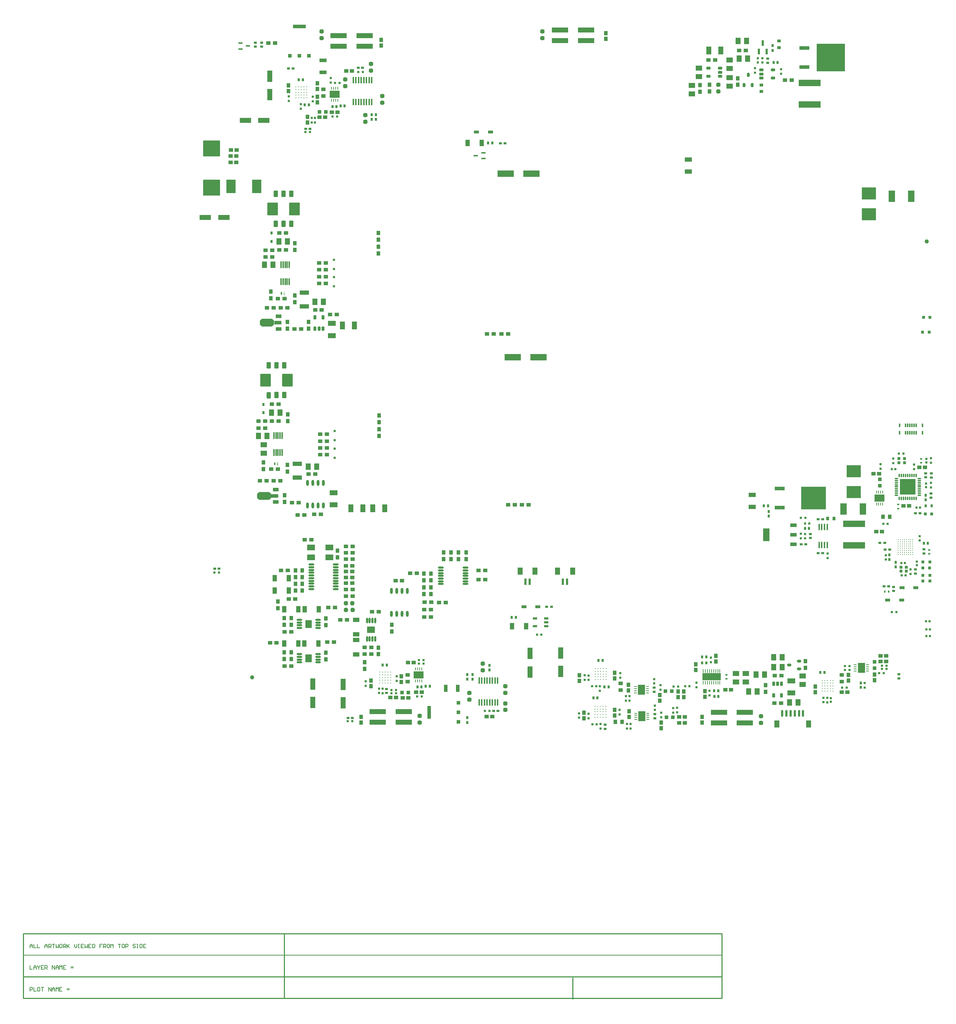
<source format=gtp>
G04*
G04 #@! TF.GenerationSoftware,Altium Limited,Altium Designer,24.3.1 (35)*
G04*
G04 Layer_Color=8421504*
%FSAX25Y25*%
%MOIN*%
G70*
G04*
G04 #@! TF.SameCoordinates,8ECB5597-4BEE-4FB2-8F1C-C82D3C8D71A6*
G04*
G04*
G04 #@! TF.FilePolarity,Positive*
G04*
G01*
G75*
%ADD13C,0.01000*%
%ADD16C,0.00800*%
%ADD18C,0.00600*%
G04:AMPARAMS|DCode=33|XSize=9.84mil|YSize=7.87mil|CornerRadius=1.97mil|HoleSize=0mil|Usage=FLASHONLY|Rotation=180.000|XOffset=0mil|YOffset=0mil|HoleType=Round|Shape=RoundedRectangle|*
%AMROUNDEDRECTD33*
21,1,0.00984,0.00394,0,0,180.0*
21,1,0.00591,0.00787,0,0,180.0*
1,1,0.00394,-0.00295,0.00197*
1,1,0.00394,0.00295,0.00197*
1,1,0.00394,0.00295,-0.00197*
1,1,0.00394,-0.00295,-0.00197*
%
%ADD33ROUNDEDRECTD33*%
%ADD34R,0.01400X0.06300*%
%ADD35R,0.02598X0.02283*%
%ADD36R,0.02598X0.02283*%
%ADD37R,0.03937X0.03740*%
%ADD38R,0.02200X0.02000*%
%ADD39R,0.04375X0.01775*%
G04:AMPARAMS|DCode=40|XSize=9.84mil|YSize=13.78mil|CornerRadius=3.94mil|HoleSize=0mil|Usage=FLASHONLY|Rotation=90.000|XOffset=0mil|YOffset=0mil|HoleType=Round|Shape=RoundedRectangle|*
%AMROUNDEDRECTD40*
21,1,0.00984,0.00591,0,0,90.0*
21,1,0.00197,0.01378,0,0,90.0*
1,1,0.00787,0.00295,0.00098*
1,1,0.00787,0.00295,-0.00098*
1,1,0.00787,-0.00295,-0.00098*
1,1,0.00787,-0.00295,0.00098*
%
%ADD40ROUNDEDRECTD40*%
G04:AMPARAMS|DCode=41|XSize=23.62mil|YSize=13.78mil|CornerRadius=3.93mil|HoleSize=0mil|Usage=FLASHONLY|Rotation=90.000|XOffset=0mil|YOffset=0mil|HoleType=Round|Shape=RoundedRectangle|*
%AMROUNDEDRECTD41*
21,1,0.02362,0.00593,0,0,90.0*
21,1,0.01577,0.01378,0,0,90.0*
1,1,0.00785,0.00296,0.00788*
1,1,0.00785,0.00296,-0.00788*
1,1,0.00785,-0.00296,-0.00788*
1,1,0.00785,-0.00296,0.00788*
%
%ADD41ROUNDEDRECTD41*%
%ADD42R,0.02953X0.02559*%
G04:AMPARAMS|DCode=43|XSize=118.11mil|YSize=100mil|CornerRadius=2mil|HoleSize=0mil|Usage=FLASHONLY|Rotation=90.000|XOffset=0mil|YOffset=0mil|HoleType=Round|Shape=RoundedRectangle|*
%AMROUNDEDRECTD43*
21,1,0.11811,0.09600,0,0,90.0*
21,1,0.11411,0.10000,0,0,90.0*
1,1,0.00400,0.04800,0.05706*
1,1,0.00400,0.04800,-0.05706*
1,1,0.00400,-0.04800,-0.05706*
1,1,0.00400,-0.04800,0.05706*
%
%ADD43ROUNDEDRECTD43*%
G04:AMPARAMS|DCode=44|XSize=57.09mil|YSize=40.16mil|CornerRadius=2.01mil|HoleSize=0mil|Usage=FLASHONLY|Rotation=270.000|XOffset=0mil|YOffset=0mil|HoleType=Round|Shape=RoundedRectangle|*
%AMROUNDEDRECTD44*
21,1,0.05709,0.03614,0,0,270.0*
21,1,0.05307,0.04016,0,0,270.0*
1,1,0.00402,-0.01807,-0.02653*
1,1,0.00402,-0.01807,0.02653*
1,1,0.00402,0.01807,0.02653*
1,1,0.00402,0.01807,-0.02653*
%
%ADD44ROUNDEDRECTD44*%
%ADD45R,0.03150X0.03150*%
%ADD46R,0.03937X0.03540*%
%ADD47R,0.03937X0.03540*%
%ADD48R,0.02362X0.03150*%
%ADD49R,0.03950X0.02000*%
%ADD50C,0.01100*%
%ADD51R,0.06900X0.04000*%
%ADD52R,0.02200X0.02400*%
%ADD53R,0.05512X0.03543*%
%ADD54R,0.07087X0.03543*%
G04:AMPARAMS|DCode=55|XSize=74.8mil|YSize=133.86mil|CornerRadius=0mil|HoleSize=0mil|Usage=FLASHONLY|Rotation=270.000|XOffset=0mil|YOffset=0mil|HoleType=Round|Shape=Octagon|*
%AMOCTAGOND55*
4,1,8,0.06693,0.01870,0.06693,-0.01870,0.04823,-0.03740,-0.04823,-0.03740,-0.06693,-0.01870,-0.06693,0.01870,-0.04823,0.03740,0.04823,0.03740,0.06693,0.01870,0.0*
%
%ADD55OCTAGOND55*%

%ADD56R,0.06100X0.12400*%
%ADD57R,0.06100X0.03400*%
%ADD58R,0.03800X0.03700*%
%ADD59R,0.03800X0.12400*%
%ADD60R,0.01968X0.01968*%
%ADD61R,0.15748X0.06299*%
%ADD62R,0.08600X0.12800*%
%ADD63R,0.15512X0.05000*%
%ADD64R,0.01800X0.06000*%
%ADD65R,0.03359X0.06890*%
%ADD66R,0.03200X0.03000*%
%ADD67R,0.02600X0.02000*%
%ADD68O,0.05512X0.01772*%
%ADD69R,0.02200X0.05200*%
%ADD70O,0.01181X0.06693*%
%ADD71R,0.02362X0.06102*%
%ADD72R,0.04724X0.07087*%
%ADD73R,0.14567X0.14567*%
%ADD74O,0.01102X0.03543*%
%ADD75O,0.03543X0.01102*%
%ADD76R,0.03150X0.03150*%
%ADD77R,0.13780X0.11811*%
%ADD78R,0.03800X0.03700*%
%ADD79R,0.02200X0.02800*%
%ADD80R,0.02000X0.02400*%
G04:AMPARAMS|DCode=81|XSize=150mil|YSize=159.84mil|CornerRadius=2.25mil|HoleSize=0mil|Usage=FLASHONLY|Rotation=90.000|XOffset=0mil|YOffset=0mil|HoleType=Round|Shape=RoundedRectangle|*
%AMROUNDEDRECTD81*
21,1,0.15000,0.15534,0,0,90.0*
21,1,0.14550,0.15984,0,0,90.0*
1,1,0.00450,0.07767,0.07275*
1,1,0.00450,0.07767,-0.07275*
1,1,0.00450,-0.07767,-0.07275*
1,1,0.00450,-0.07767,0.07275*
%
%ADD81ROUNDEDRECTD81*%
%ADD82R,0.02953X0.02756*%
%ADD83R,0.02323X0.02402*%
%ADD84R,0.02223X0.02402*%
%ADD85C,0.03937*%
%ADD86R,0.01968X0.03150*%
%ADD87R,0.23300X0.21700*%
%ADD88R,0.09800X0.03700*%
%ADD89R,0.26800X0.26200*%
%ADD90R,0.01000X0.03200*%
%ADD91R,0.17300X0.06500*%
G04:AMPARAMS|DCode=92|XSize=17.72mil|YSize=53.15mil|CornerRadius=8.86mil|HoleSize=0mil|Usage=FLASHONLY|Rotation=90.000|XOffset=0mil|YOffset=0mil|HoleType=Round|Shape=RoundedRectangle|*
%AMROUNDEDRECTD92*
21,1,0.01772,0.03543,0,0,90.0*
21,1,0.00000,0.05315,0,0,90.0*
1,1,0.01772,0.01772,0.00000*
1,1,0.01772,0.01772,0.00000*
1,1,0.01772,-0.01772,0.00000*
1,1,0.01772,-0.01772,0.00000*
%
%ADD92ROUNDEDRECTD92*%
G04:AMPARAMS|DCode=93|XSize=61.81mil|YSize=74.41mil|CornerRadius=1.85mil|HoleSize=0mil|Usage=FLASHONLY|Rotation=0.000|XOffset=0mil|YOffset=0mil|HoleType=Round|Shape=RoundedRectangle|*
%AMROUNDEDRECTD93*
21,1,0.06181,0.07070,0,0,0.0*
21,1,0.05810,0.07441,0,0,0.0*
1,1,0.00371,0.02905,-0.03535*
1,1,0.00371,-0.02905,-0.03535*
1,1,0.00371,-0.02905,0.03535*
1,1,0.00371,0.02905,0.03535*
%
%ADD93ROUNDEDRECTD93*%
%ADD94R,0.01000X0.03100*%
%ADD95R,0.09800X0.06900*%
G04:AMPARAMS|DCode=96|XSize=23.62mil|YSize=39.37mil|CornerRadius=2.01mil|HoleSize=0mil|Usage=FLASHONLY|Rotation=90.000|XOffset=0mil|YOffset=0mil|HoleType=Round|Shape=RoundedRectangle|*
%AMROUNDEDRECTD96*
21,1,0.02362,0.03535,0,0,90.0*
21,1,0.01961,0.03937,0,0,90.0*
1,1,0.00402,0.01768,0.00980*
1,1,0.00402,0.01768,-0.00980*
1,1,0.00402,-0.01768,-0.00980*
1,1,0.00402,-0.01768,0.00980*
%
%ADD96ROUNDEDRECTD96*%
%ADD97O,0.02362X0.05709*%
%ADD98R,0.07480X0.05512*%
%ADD99R,0.04331X0.06299*%
%ADD100R,0.03740X0.04432*%
%ADD101R,0.04800X0.11000*%
%ADD102R,0.02200X0.02200*%
%ADD103R,0.02200X0.01800*%
%ADD104R,0.01181X0.03425*%
%ADD105R,0.06299X0.10630*%
%ADD106R,0.08661X0.04331*%
G04:AMPARAMS|DCode=107|XSize=39.37mil|YSize=37.4mil|CornerRadius=9.35mil|HoleSize=0mil|Usage=FLASHONLY|Rotation=180.000|XOffset=0mil|YOffset=0mil|HoleType=Round|Shape=RoundedRectangle|*
%AMROUNDEDRECTD107*
21,1,0.03937,0.01870,0,0,180.0*
21,1,0.02067,0.03740,0,0,180.0*
1,1,0.01870,-0.01034,0.00935*
1,1,0.01870,0.01034,0.00935*
1,1,0.01870,0.01034,-0.00935*
1,1,0.01870,-0.01034,-0.00935*
%
%ADD107ROUNDEDRECTD107*%
%ADD108C,0.01300*%
%ADD109R,0.02200X0.02400*%
%ADD110R,0.05118X0.07284*%
%ADD111R,0.03740X0.03937*%
G04:AMPARAMS|DCode=112|XSize=23.62mil|YSize=39.37mil|CornerRadius=2.01mil|HoleSize=0mil|Usage=FLASHONLY|Rotation=180.000|XOffset=0mil|YOffset=0mil|HoleType=Round|Shape=RoundedRectangle|*
%AMROUNDEDRECTD112*
21,1,0.02362,0.03535,0,0,180.0*
21,1,0.01961,0.03937,0,0,180.0*
1,1,0.00402,-0.00980,0.01768*
1,1,0.00402,0.00980,0.01768*
1,1,0.00402,0.00980,-0.01768*
1,1,0.00402,-0.00980,-0.01768*
%
%ADD112ROUNDEDRECTD112*%
%ADD113R,0.06299X0.04331*%
G04:AMPARAMS|DCode=114|XSize=61.81mil|YSize=74.41mil|CornerRadius=1.85mil|HoleSize=0mil|Usage=FLASHONLY|Rotation=90.000|XOffset=0mil|YOffset=0mil|HoleType=Round|Shape=RoundedRectangle|*
%AMROUNDEDRECTD114*
21,1,0.06181,0.07070,0,0,90.0*
21,1,0.05810,0.07441,0,0,90.0*
1,1,0.00371,0.03535,0.02905*
1,1,0.00371,0.03535,-0.02905*
1,1,0.00371,-0.03535,-0.02905*
1,1,0.00371,-0.03535,0.02905*
%
%ADD114ROUNDEDRECTD114*%
G04:AMPARAMS|DCode=115|XSize=17.72mil|YSize=53.15mil|CornerRadius=8.86mil|HoleSize=0mil|Usage=FLASHONLY|Rotation=180.000|XOffset=0mil|YOffset=0mil|HoleType=Round|Shape=RoundedRectangle|*
%AMROUNDEDRECTD115*
21,1,0.01772,0.03543,0,0,180.0*
21,1,0.00000,0.05315,0,0,180.0*
1,1,0.01772,0.00000,0.01772*
1,1,0.01772,0.00000,0.01772*
1,1,0.01772,0.00000,-0.01772*
1,1,0.01772,0.00000,-0.01772*
%
%ADD115ROUNDEDRECTD115*%
%ADD116R,0.07284X0.05118*%
%ADD117R,0.05000X0.06300*%
%ADD118R,0.06300X0.05000*%
%ADD119R,0.02400X0.02200*%
%ADD120R,0.02400X0.02000*%
%ADD121R,0.04432X0.03740*%
G04:AMPARAMS|DCode=122|XSize=23.62mil|YSize=39.37mil|CornerRadius=5.91mil|HoleSize=0mil|Usage=FLASHONLY|Rotation=180.000|XOffset=0mil|YOffset=0mil|HoleType=Round|Shape=RoundedRectangle|*
%AMROUNDEDRECTD122*
21,1,0.02362,0.02756,0,0,180.0*
21,1,0.01181,0.03937,0,0,180.0*
1,1,0.01181,-0.00591,0.01378*
1,1,0.01181,0.00591,0.01378*
1,1,0.01181,0.00591,-0.01378*
1,1,0.01181,-0.00591,-0.01378*
%
%ADD122ROUNDEDRECTD122*%
%ADD123R,0.02000X0.02600*%
%ADD124R,0.02283X0.02598*%
%ADD125R,0.02283X0.02598*%
%ADD126R,0.20866X0.06299*%
%ADD127R,0.03000X0.03200*%
%ADD128R,0.03540X0.03937*%
%ADD129R,0.03540X0.03937*%
%ADD130R,0.02200X0.02200*%
%ADD131R,0.04800X0.03000*%
G04:AMPARAMS|DCode=132|XSize=39.37mil|YSize=37.4mil|CornerRadius=9.35mil|HoleSize=0mil|Usage=FLASHONLY|Rotation=270.000|XOffset=0mil|YOffset=0mil|HoleType=Round|Shape=RoundedRectangle|*
%AMROUNDEDRECTD132*
21,1,0.03937,0.01870,0,0,270.0*
21,1,0.02067,0.03740,0,0,270.0*
1,1,0.01870,-0.00935,-0.01034*
1,1,0.01870,-0.00935,0.01034*
1,1,0.01870,0.00935,0.01034*
1,1,0.01870,0.00935,-0.01034*
%
%ADD132ROUNDEDRECTD132*%
%ADD133R,0.03100X0.01000*%
%ADD134R,0.06900X0.09800*%
%ADD135R,0.03700X0.03800*%
%ADD136R,0.02000X0.02200*%
%ADD137R,0.11000X0.04800*%
%ADD138R,0.02800X0.02200*%
%ADD139R,0.03700X0.03800*%
%ADD140R,0.12400X0.03800*%
%ADD141R,0.06890X0.03359*%
%ADD142R,0.01800X0.02200*%
G04:AMPARAMS|DCode=143|XSize=23.62mil|YSize=39.37mil|CornerRadius=5.91mil|HoleSize=0mil|Usage=FLASHONLY|Rotation=270.000|XOffset=0mil|YOffset=0mil|HoleType=Round|Shape=RoundedRectangle|*
%AMROUNDEDRECTD143*
21,1,0.02362,0.02756,0,0,270.0*
21,1,0.01181,0.03937,0,0,270.0*
1,1,0.01181,-0.01378,-0.00591*
1,1,0.01181,-0.01378,0.00591*
1,1,0.01181,0.01378,0.00591*
1,1,0.01181,0.01378,-0.00591*
%
%ADD143ROUNDEDRECTD143*%
G36*
X0682333Y0346701D02*
Y0340989D01*
X0687312D01*
Y0346701D01*
X0682333D01*
D02*
G37*
G36*
X0688099D02*
Y0340989D01*
X0693079D01*
Y0346701D01*
X0688099D01*
D02*
G37*
G36*
X0693866D02*
Y0340989D01*
X0698845D01*
Y0346701D01*
X0693866D01*
D02*
G37*
G54D13*
X0559400Y0039400D02*
Y0059683D01*
X0440500Y0040050D02*
X0700200D01*
Y0101050D01*
X0286500Y0040050D02*
Y0101050D01*
X0040000Y0040050D02*
Y0101050D01*
X0040050Y0040050D02*
X0197600D01*
X0040050D02*
Y0101050D01*
Y0101050D02*
X0700200D01*
X0040000Y0040050D02*
X0440500D01*
X0040000Y0060383D02*
X0700000D01*
G54D16*
X0040000Y0080717D02*
X0700200D01*
G54D18*
X0046350Y0071049D02*
Y0067551D01*
X0048683D01*
X0049849D02*
Y0069883D01*
X0051015Y0071049D01*
X0052181Y0069883D01*
Y0067551D01*
Y0069300D01*
X0049849D01*
X0053348Y0071049D02*
Y0070466D01*
X0054514Y0069300D01*
X0055680Y0070466D01*
Y0071049D01*
X0054514Y0069300D02*
Y0067551D01*
X0059179Y0071049D02*
X0056847D01*
Y0067551D01*
X0059179D01*
X0056847Y0069300D02*
X0058013D01*
X0060346Y0067551D02*
Y0071049D01*
X0062095D01*
X0062678Y0070466D01*
Y0069300D01*
X0062095Y0068717D01*
X0060346D01*
X0061512D02*
X0062678Y0067551D01*
X0067343D02*
Y0071049D01*
X0069676Y0067551D01*
Y0071049D01*
X0070842Y0067551D02*
Y0069883D01*
X0072008Y0071049D01*
X0073175Y0069883D01*
Y0067551D01*
Y0069300D01*
X0070842D01*
X0074341Y0067551D02*
Y0071049D01*
X0075507Y0069883D01*
X0076674Y0071049D01*
Y0067551D01*
X0080172Y0071049D02*
X0077840D01*
Y0067551D01*
X0080172D01*
X0077840Y0069300D02*
X0079006D01*
X0084838Y0068717D02*
X0087170D01*
X0084838Y0069883D02*
X0087170D01*
X0046350Y0046966D02*
Y0050465D01*
X0048099D01*
X0048683Y0049882D01*
Y0048716D01*
X0048099Y0048133D01*
X0046350D01*
X0049849Y0050465D02*
Y0046966D01*
X0052181D01*
X0055097Y0050465D02*
X0053931D01*
X0053348Y0049882D01*
Y0047550D01*
X0053931Y0046966D01*
X0055097D01*
X0055680Y0047550D01*
Y0049882D01*
X0055097Y0050465D01*
X0056847D02*
X0059179D01*
X0058013D01*
Y0046966D01*
X0063844D02*
Y0050465D01*
X0066177Y0046966D01*
Y0050465D01*
X0067343Y0046966D02*
Y0049299D01*
X0068510Y0050465D01*
X0069676Y0049299D01*
Y0046966D01*
Y0048716D01*
X0067343D01*
X0070842Y0046966D02*
Y0050465D01*
X0072008Y0049299D01*
X0073175Y0050465D01*
Y0046966D01*
X0076674Y0050465D02*
X0074341D01*
Y0046966D01*
X0076674D01*
X0074341Y0048716D02*
X0075507D01*
X0081339Y0048133D02*
X0083671D01*
X0081339Y0049299D02*
X0083671D01*
X0046350Y0087833D02*
Y0090166D01*
X0047516Y0091332D01*
X0048683Y0090166D01*
Y0087833D01*
Y0089583D01*
X0046350D01*
X0049849Y0091332D02*
Y0087833D01*
X0052181D01*
X0053348Y0091332D02*
Y0087833D01*
X0055680D01*
X0060346D02*
Y0090166D01*
X0061512Y0091332D01*
X0062678Y0090166D01*
Y0087833D01*
Y0089583D01*
X0060346D01*
X0063844Y0087833D02*
Y0091332D01*
X0065594D01*
X0066177Y0090749D01*
Y0089583D01*
X0065594Y0089000D01*
X0063844D01*
X0065011D02*
X0066177Y0087833D01*
X0067343Y0091332D02*
X0069676D01*
X0068510D01*
Y0087833D01*
X0070842Y0091332D02*
Y0087833D01*
X0072008Y0089000D01*
X0073175Y0087833D01*
Y0091332D01*
X0076090D02*
X0074924D01*
X0074341Y0090749D01*
Y0088416D01*
X0074924Y0087833D01*
X0076090D01*
X0076674Y0088416D01*
Y0090749D01*
X0076090Y0091332D01*
X0077840Y0087833D02*
Y0091332D01*
X0079589D01*
X0080172Y0090749D01*
Y0089583D01*
X0079589Y0089000D01*
X0077840D01*
X0079006D02*
X0080172Y0087833D01*
X0081339Y0091332D02*
Y0087833D01*
Y0089000D01*
X0083671Y0091332D01*
X0081922Y0089583D01*
X0083671Y0087833D01*
X0088336Y0091332D02*
Y0089000D01*
X0089503Y0087833D01*
X0090669Y0089000D01*
Y0091332D01*
X0091835D02*
X0093002D01*
X0092418D01*
Y0087833D01*
X0091835D01*
X0093002D01*
X0097084Y0091332D02*
X0094751D01*
Y0087833D01*
X0097084D01*
X0094751Y0089583D02*
X0095917D01*
X0098250Y0091332D02*
Y0087833D01*
X0099416Y0089000D01*
X0100583Y0087833D01*
Y0091332D01*
X0104081D02*
X0101749D01*
Y0087833D01*
X0104081D01*
X0101749Y0089583D02*
X0102915D01*
X0105248Y0091332D02*
Y0087833D01*
X0106997D01*
X0107580Y0088416D01*
Y0090749D01*
X0106997Y0091332D01*
X0105248D01*
X0114578D02*
X0112245D01*
Y0089583D01*
X0113412D01*
X0112245D01*
Y0087833D01*
X0115744D02*
Y0091332D01*
X0117494D01*
X0118077Y0090749D01*
Y0089583D01*
X0117494Y0089000D01*
X0115744D01*
X0116911D02*
X0118077Y0087833D01*
X0120993Y0091332D02*
X0119826D01*
X0119243Y0090749D01*
Y0088416D01*
X0119826Y0087833D01*
X0120993D01*
X0121576Y0088416D01*
Y0090749D01*
X0120993Y0091332D01*
X0122742Y0087833D02*
Y0091332D01*
X0123908Y0090166D01*
X0125075Y0091332D01*
Y0087833D01*
X0129740Y0091332D02*
X0132072D01*
X0130906D01*
Y0087833D01*
X0134988Y0091332D02*
X0133822D01*
X0133239Y0090749D01*
Y0088416D01*
X0133822Y0087833D01*
X0134988D01*
X0135571Y0088416D01*
Y0090749D01*
X0134988Y0091332D01*
X0136738Y0087833D02*
Y0091332D01*
X0138487D01*
X0139070Y0090749D01*
Y0089583D01*
X0138487Y0089000D01*
X0136738D01*
X0146068Y0090749D02*
X0145485Y0091332D01*
X0144318D01*
X0143735Y0090749D01*
Y0090166D01*
X0144318Y0089583D01*
X0145485D01*
X0146068Y0089000D01*
Y0088416D01*
X0145485Y0087833D01*
X0144318D01*
X0143735Y0088416D01*
X0147234Y0091332D02*
X0148400D01*
X0147817D01*
Y0087833D01*
X0147234D01*
X0148400D01*
X0150150Y0091332D02*
Y0087833D01*
X0151899D01*
X0152482Y0088416D01*
Y0090749D01*
X0151899Y0091332D01*
X0150150D01*
X0155981D02*
X0153649D01*
Y0087833D01*
X0155981D01*
X0153649Y0089583D02*
X0154815D01*
G54D33*
X0280181Y0545575D02*
D03*
Y0544000D02*
D03*
X0286668Y0705184D02*
D03*
Y0706759D02*
D03*
G54D34*
X0480939Y0340295D02*
D03*
X0483439D02*
D03*
X0485939D02*
D03*
X0488439D02*
D03*
X0485939Y0319395D02*
D03*
X0483439D02*
D03*
X0480939D02*
D03*
X0488439D02*
D03*
X0470939Y0340295D02*
D03*
X0473439D02*
D03*
X0475939D02*
D03*
X0478439D02*
D03*
Y0319395D02*
D03*
X0475939D02*
D03*
X0473439D02*
D03*
X0470939D02*
D03*
X0359439Y0886395D02*
D03*
X0356939D02*
D03*
X0354439D02*
D03*
X0351939D02*
D03*
X0354439Y0907295D02*
D03*
X0356939D02*
D03*
X0359439D02*
D03*
X0351939D02*
D03*
X0369439Y0886395D02*
D03*
X0366939D02*
D03*
X0364439D02*
D03*
X0361939D02*
D03*
Y0907295D02*
D03*
X0364439D02*
D03*
X0366939D02*
D03*
X0369439D02*
D03*
G54D35*
X0259239Y0942574D02*
D03*
X0265439D02*
D03*
X0784045Y0478659D02*
D03*
X0891389Y0460316D02*
D03*
X0893089Y0535974D02*
D03*
X0898389Y0535774D02*
D03*
X0637054Y0308493D02*
D03*
X0589889Y0298374D02*
D03*
X0636389Y0333474D02*
D03*
X0383389Y0332274D02*
D03*
X0862736Y0424838D02*
D03*
X0897989Y0512916D02*
D03*
X0867789Y0346074D02*
D03*
X0883165Y0445132D02*
D03*
X0743676Y0923528D02*
D03*
G54D36*
X0259239Y0938716D02*
D03*
X0265439D02*
D03*
X0784045Y0474800D02*
D03*
X0891389Y0464174D02*
D03*
X0893089Y0532116D02*
D03*
X0898389Y0531916D02*
D03*
X0637054Y0304635D02*
D03*
X0589889Y0294516D02*
D03*
X0636389Y0329616D02*
D03*
X0383389Y0328416D02*
D03*
X0862736Y0428696D02*
D03*
X0897989Y0516774D02*
D03*
X0867789Y0342216D02*
D03*
X0883165Y0441274D02*
D03*
X0743676Y0927386D02*
D03*
G54D37*
X0271589Y0942045D02*
D03*
X0277889D02*
D03*
X0326954Y0553456D02*
D03*
X0320654D02*
D03*
X0351255Y0454798D02*
D03*
X0344955D02*
D03*
X0351255Y0460798D02*
D03*
X0344955D02*
D03*
X0351144Y0448684D02*
D03*
X0344845D02*
D03*
X0351255Y0466798D02*
D03*
X0344955D02*
D03*
X0351155Y0419998D02*
D03*
X0344855D02*
D03*
X0351155Y0426198D02*
D03*
X0344855D02*
D03*
X0351144Y0432184D02*
D03*
X0344845D02*
D03*
X0351144Y0437684D02*
D03*
X0344845D02*
D03*
X0351144Y0443184D02*
D03*
X0344845D02*
D03*
X0283544Y0444248D02*
D03*
X0289844D02*
D03*
X0290844Y0417248D02*
D03*
X0297144D02*
D03*
X0305944Y0473248D02*
D03*
X0312244D02*
D03*
X0289632Y0692339D02*
D03*
X0283332D02*
D03*
X0336339Y0685745D02*
D03*
X0330039D02*
D03*
X0302739Y0672145D02*
D03*
X0296439D02*
D03*
X0270333Y0692239D02*
D03*
X0276632D02*
D03*
X0275239Y0740259D02*
D03*
X0268939D02*
D03*
X0319739Y0728045D02*
D03*
X0326039D02*
D03*
X0326039Y0734545D02*
D03*
X0319739D02*
D03*
X0326039Y0715045D02*
D03*
X0319739D02*
D03*
X0319739Y0721545D02*
D03*
X0326039D02*
D03*
X0491939Y0667645D02*
D03*
X0498239D02*
D03*
X0282039Y0746713D02*
D03*
X0288339D02*
D03*
X0280739Y0700972D02*
D03*
X0287039D02*
D03*
X0362551Y0365206D02*
D03*
X0368850D02*
D03*
X0345939Y0397545D02*
D03*
X0339639D02*
D03*
X0470239Y0444145D02*
D03*
X0476539D02*
D03*
X0282039Y0762859D02*
D03*
X0288339D02*
D03*
X0322139Y0690145D02*
D03*
X0315839D02*
D03*
X0268939Y0746571D02*
D03*
X0275239D02*
D03*
X0478339Y0667545D02*
D03*
X0484639Y0667545D02*
D03*
X0375950Y0405286D02*
D03*
X0369651D02*
D03*
X0368850Y0371706D02*
D03*
X0362551D02*
D03*
X0262197Y0585157D02*
D03*
X0268496D02*
D03*
X0305739Y0496645D02*
D03*
X0299439D02*
D03*
X0275124Y0601333D02*
D03*
X0281424D02*
D03*
X0274252Y0539787D02*
D03*
X0280551D02*
D03*
X0275124Y0585187D02*
D03*
X0281424D02*
D03*
X0320654Y0559799D02*
D03*
X0326954D02*
D03*
X0326853Y0572856D02*
D03*
X0320554D02*
D03*
X0320654Y0566256D02*
D03*
X0326954D02*
D03*
X0268496Y0578657D02*
D03*
X0262197D02*
D03*
X0263639Y0528945D02*
D03*
X0269939D02*
D03*
X0300239Y0508145D02*
D03*
X0293939D02*
D03*
X0282832Y0528945D02*
D03*
X0276533D02*
D03*
X0315039Y0497045D02*
D03*
X0321339D02*
D03*
X0309739Y0535045D02*
D03*
X0316039D02*
D03*
X0405717Y0441540D02*
D03*
X0412016D02*
D03*
X0333747Y0376493D02*
D03*
X0327447D02*
D03*
X0279481Y0375951D02*
D03*
X0273181D02*
D03*
X0293237Y0353798D02*
D03*
X0286938D02*
D03*
X0293237Y0386186D02*
D03*
X0286938D02*
D03*
X0334539Y0409345D02*
D03*
X0328239D02*
D03*
X0511228Y0506307D02*
D03*
X0517527D02*
D03*
X0723108Y0935373D02*
D03*
X0716808D02*
D03*
X0433139Y0413745D02*
D03*
X0439439D02*
D03*
X0419124Y0407290D02*
D03*
X0425423D02*
D03*
X0419190Y0414045D02*
D03*
X0425489D02*
D03*
X0425423Y0400190D02*
D03*
X0419124D02*
D03*
X0398139Y0434645D02*
D03*
X0391839D02*
D03*
X0476539Y0435545D02*
D03*
X0470239D02*
D03*
X0504527Y0506207D02*
D03*
X0498228D02*
D03*
X0687539Y0926245D02*
D03*
X0693839D02*
D03*
X0749939Y0318945D02*
D03*
X0756239D02*
D03*
X0756739Y0344745D02*
D03*
X0750439D02*
D03*
X0760039Y0907045D02*
D03*
X0766339D02*
D03*
G54D38*
X0574289Y0340745D02*
D03*
Y0344745D02*
D03*
X0796451Y0323902D02*
D03*
Y0319901D02*
D03*
X0637089Y0312545D02*
D03*
Y0316545D02*
D03*
X0636189Y0341545D02*
D03*
Y0337545D02*
D03*
X0376380Y0332598D02*
D03*
Y0328598D02*
D03*
X0887389Y0476645D02*
D03*
Y0472645D02*
D03*
G54D39*
X0252282Y0939445D02*
D03*
X0245196Y0936689D02*
D03*
Y0942201D02*
D03*
X0474832Y0833189D02*
D03*
Y0838701D02*
D03*
X0467746Y0835945D02*
D03*
G54D40*
X0280181Y0545476D02*
D03*
Y0544098D02*
D03*
X0286668Y0705282D02*
D03*
G54D41*
X0277622Y0544787D02*
D03*
X0284109Y0705971D02*
D03*
G54D42*
X0869541Y0447046D02*
D03*
X0874541D02*
D03*
Y0443546D02*
D03*
X0869541D02*
D03*
G54D43*
X0296404Y0785634D02*
D03*
X0275774D02*
D03*
X0268989Y0623845D02*
D03*
X0289619D02*
D03*
G54D44*
X0286089Y0799709D02*
D03*
Y0771559D02*
D03*
X0293372D02*
D03*
Y0799709D02*
D03*
X0278805D02*
D03*
Y0771460D02*
D03*
X0272021Y0609672D02*
D03*
Y0637920D02*
D03*
X0286587D02*
D03*
Y0609770D02*
D03*
X0279304D02*
D03*
Y0637920D02*
D03*
G54D45*
X0890139Y0669045D02*
D03*
X0896439D02*
D03*
X0890441Y0434245D02*
D03*
X0896937D02*
D03*
X0897139Y0683045D02*
D03*
X0890839D02*
D03*
X0890341Y0452045D02*
D03*
X0896837D02*
D03*
X0890441Y0439645D02*
D03*
X0896937D02*
D03*
X0890293Y0446545D02*
D03*
X0896789D02*
D03*
G54D46*
X0323789Y0892187D02*
D03*
X0813789Y0339145D02*
D03*
X0604689Y0337445D02*
D03*
X0403189Y0339095D02*
D03*
G54D47*
X0323789Y0898487D02*
D03*
X0813789Y0345444D02*
D03*
X0604689Y0331146D02*
D03*
X0403189Y0345394D02*
D03*
G54D48*
X0892835Y0505145D02*
D03*
X0898543D02*
D03*
G54D49*
X0534414Y0391405D02*
D03*
Y0395145D02*
D03*
Y0398885D02*
D03*
X0523564D02*
D03*
Y0391405D02*
D03*
G54D50*
X0880768Y0473157D02*
D03*
Y0471187D02*
D03*
Y0469217D02*
D03*
Y0467247D02*
D03*
Y0465277D02*
D03*
Y0463307D02*
D03*
Y0461337D02*
D03*
Y0459367D02*
D03*
X0878798Y0473157D02*
D03*
Y0471187D02*
D03*
Y0469217D02*
D03*
Y0467247D02*
D03*
Y0465277D02*
D03*
Y0463307D02*
D03*
Y0461337D02*
D03*
Y0459367D02*
D03*
X0876828Y0473157D02*
D03*
Y0471187D02*
D03*
Y0469217D02*
D03*
Y0467247D02*
D03*
Y0465277D02*
D03*
Y0463307D02*
D03*
Y0461337D02*
D03*
Y0459367D02*
D03*
X0874858Y0473157D02*
D03*
Y0471187D02*
D03*
Y0469217D02*
D03*
Y0467247D02*
D03*
Y0465277D02*
D03*
Y0463307D02*
D03*
Y0461337D02*
D03*
Y0459367D02*
D03*
X0872888Y0473157D02*
D03*
Y0471187D02*
D03*
Y0469217D02*
D03*
Y0467247D02*
D03*
Y0465277D02*
D03*
Y0463307D02*
D03*
Y0461337D02*
D03*
Y0459367D02*
D03*
X0870918Y0473157D02*
D03*
Y0471187D02*
D03*
Y0469217D02*
D03*
Y0467247D02*
D03*
Y0465277D02*
D03*
Y0463307D02*
D03*
Y0461337D02*
D03*
Y0459367D02*
D03*
X0868948Y0473157D02*
D03*
Y0471187D02*
D03*
Y0469217D02*
D03*
Y0467247D02*
D03*
Y0465277D02*
D03*
Y0463307D02*
D03*
Y0461337D02*
D03*
Y0459367D02*
D03*
X0866978Y0473157D02*
D03*
Y0471187D02*
D03*
Y0469217D02*
D03*
Y0467247D02*
D03*
Y0465277D02*
D03*
Y0463307D02*
D03*
Y0461337D02*
D03*
Y0459367D02*
D03*
G54D51*
X0728989Y0504245D02*
D03*
Y0515445D02*
D03*
X0668689Y0832045D02*
D03*
Y0820845D02*
D03*
G54D52*
X0803481Y0320111D02*
D03*
Y0323611D02*
D03*
G54D53*
X0278515Y0508754D02*
D03*
Y0520565D02*
D03*
X0281289Y0684045D02*
D03*
Y0672234D02*
D03*
G54D54*
X0277728Y0514660D02*
D03*
X0280502Y0678139D02*
D03*
G54D55*
X0267491Y0514660D02*
D03*
X0270265Y0678139D02*
D03*
G54D56*
X0742450Y0477856D02*
D03*
G54D57*
X0767850Y0486911D02*
D03*
Y0477856D02*
D03*
Y0468801D02*
D03*
G54D58*
X0451439Y0301090D02*
D03*
Y0310145D02*
D03*
Y0319200D02*
D03*
G54D59*
X0423739Y0310145D02*
D03*
G54D60*
X0334304Y0575787D02*
D03*
Y0567125D02*
D03*
X0333589Y0728914D02*
D03*
Y0737576D02*
D03*
X0333602Y0721076D02*
D03*
Y0712414D02*
D03*
X0334304Y0559287D02*
D03*
Y0550625D02*
D03*
G54D61*
X0502684Y0645445D02*
D03*
X0527094D02*
D03*
X0495884Y0818945D02*
D03*
X0520294D02*
D03*
G54D62*
X0236189Y0806845D02*
D03*
X0260789D02*
D03*
G54D63*
X0375145Y0300845D02*
D03*
X0399633D02*
D03*
X0375145Y0310845D02*
D03*
X0399633D02*
D03*
X0547445Y0944445D02*
D03*
X0571933D02*
D03*
X0547445Y0954445D02*
D03*
X0571933D02*
D03*
X0362633Y0949045D02*
D03*
X0338145D02*
D03*
X0362633Y0939045D02*
D03*
X0338145D02*
D03*
X0722133Y0310145D02*
D03*
X0697645D02*
D03*
X0722133Y0300145D02*
D03*
X0697645D02*
D03*
G54D64*
X0792150Y0468195D02*
D03*
X0794709D02*
D03*
X0797268D02*
D03*
X0799828D02*
D03*
Y0485295D02*
D03*
X0797268D02*
D03*
X0794709D02*
D03*
X0792150D02*
D03*
G54D65*
X0439256Y0332745D02*
D03*
X0450489D02*
D03*
G54D66*
X0737689Y0902695D02*
D03*
Y0896595D02*
D03*
X0754189Y0944095D02*
D03*
Y0937995D02*
D03*
G54D67*
X0791203Y0460523D02*
D03*
X0795603D02*
D03*
X0887789Y0498066D02*
D03*
X0883389D02*
D03*
X0858889Y0463945D02*
D03*
X0854489D02*
D03*
X0854189Y0470345D02*
D03*
X0849789D02*
D03*
X0290589Y0918345D02*
D03*
X0294989D02*
D03*
X0853489Y0429045D02*
D03*
X0857889D02*
D03*
X0495289Y0847445D02*
D03*
X0490889D02*
D03*
X0539189Y0409845D02*
D03*
X0534789D02*
D03*
X0795789Y0492545D02*
D03*
X0791389D02*
D03*
X0775189Y0468945D02*
D03*
X0779589D02*
D03*
G54D68*
X0312194Y0449720D02*
D03*
Y0447161D02*
D03*
Y0444602D02*
D03*
Y0442043D02*
D03*
Y0439484D02*
D03*
Y0436925D02*
D03*
Y0434366D02*
D03*
Y0431807D02*
D03*
Y0429248D02*
D03*
Y0426689D02*
D03*
X0335422Y0449720D02*
D03*
Y0447161D02*
D03*
Y0444602D02*
D03*
Y0442043D02*
D03*
Y0439484D02*
D03*
Y0436925D02*
D03*
Y0434366D02*
D03*
Y0431807D02*
D03*
Y0429248D02*
D03*
Y0426689D02*
D03*
X0434686Y0446781D02*
D03*
Y0444222D02*
D03*
Y0441663D02*
D03*
Y0439104D02*
D03*
Y0436545D02*
D03*
Y0433986D02*
D03*
Y0431427D02*
D03*
X0457914Y0446781D02*
D03*
Y0444222D02*
D03*
Y0441663D02*
D03*
Y0439104D02*
D03*
Y0436545D02*
D03*
Y0433986D02*
D03*
Y0431427D02*
D03*
G54D69*
X0735189Y0934045D02*
D03*
X0742669D02*
D03*
X0738929Y0942045D02*
D03*
G54D70*
X0276865Y0555516D02*
D03*
X0278833D02*
D03*
X0280802D02*
D03*
X0282770D02*
D03*
X0284739D02*
D03*
X0276865Y0571658D02*
D03*
X0278833D02*
D03*
X0280802D02*
D03*
X0282770D02*
D03*
X0284739D02*
D03*
X0291439Y0733016D02*
D03*
X0289470D02*
D03*
X0287502D02*
D03*
X0285533D02*
D03*
X0283565D02*
D03*
X0291439Y0716874D02*
D03*
X0289470D02*
D03*
X0287502D02*
D03*
X0285533D02*
D03*
X0283565D02*
D03*
G54D71*
X0514620Y0433682D02*
D03*
X0518558D02*
D03*
X0757415Y0309245D02*
D03*
X0761352D02*
D03*
X0765289D02*
D03*
X0769226D02*
D03*
X0773163D02*
D03*
X0777100D02*
D03*
X0550120Y0433482D02*
D03*
X0554058D02*
D03*
G54D72*
X0523676Y0443623D02*
D03*
X0509502D02*
D03*
X0752297Y0299304D02*
D03*
X0782218D02*
D03*
X0559176Y0443423D02*
D03*
X0545002D02*
D03*
G54D73*
X0875998Y0523064D02*
D03*
G54D74*
X0868124Y0533890D02*
D03*
X0870093D02*
D03*
X0872061D02*
D03*
X0874030D02*
D03*
X0875998D02*
D03*
X0877967D02*
D03*
X0879935D02*
D03*
X0881904D02*
D03*
X0883872D02*
D03*
Y0512237D02*
D03*
X0881904D02*
D03*
X0879935D02*
D03*
X0877967D02*
D03*
X0875998D02*
D03*
X0874030D02*
D03*
X0872061D02*
D03*
X0870093D02*
D03*
X0868124D02*
D03*
G54D75*
X0886825Y0530937D02*
D03*
Y0528969D02*
D03*
Y0527001D02*
D03*
Y0525032D02*
D03*
Y0523064D02*
D03*
Y0521095D02*
D03*
Y0519127D02*
D03*
Y0517158D02*
D03*
Y0515190D02*
D03*
X0865172D02*
D03*
Y0517158D02*
D03*
Y0519127D02*
D03*
Y0521095D02*
D03*
Y0523064D02*
D03*
Y0525032D02*
D03*
Y0527001D02*
D03*
Y0528969D02*
D03*
Y0530937D02*
D03*
G54D76*
X0898542Y0497645D02*
D03*
X0892636D02*
D03*
G54D77*
X0825089Y0518202D02*
D03*
Y0537887D02*
D03*
X0839389Y0800187D02*
D03*
Y0780502D02*
D03*
G54D78*
X0319931Y0877212D02*
D03*
X0325831D02*
D03*
X0653839Y0305645D02*
D03*
X0647939D02*
D03*
X0647139Y0330145D02*
D03*
X0653039D02*
D03*
X0403839Y0328945D02*
D03*
X0397939D02*
D03*
G54D79*
X0831589Y0333795D02*
D03*
Y0337895D02*
D03*
G54D80*
X0688689Y0326345D02*
D03*
Y0330645D02*
D03*
X0800128Y0319428D02*
D03*
Y0323728D02*
D03*
X0778987Y0474382D02*
D03*
Y0478682D02*
D03*
X0774850Y0478751D02*
D03*
Y0474451D02*
D03*
X0897989Y0550295D02*
D03*
Y0545995D02*
D03*
X0574348Y0308770D02*
D03*
Y0304470D02*
D03*
X0855289Y0458695D02*
D03*
Y0454395D02*
D03*
X0850189Y0544395D02*
D03*
Y0540095D02*
D03*
X0603589Y0308095D02*
D03*
Y0312395D02*
D03*
X0610789Y0299295D02*
D03*
Y0294995D02*
D03*
X0614089Y0299195D02*
D03*
Y0294895D02*
D03*
X0643089Y0305645D02*
D03*
Y0309945D02*
D03*
X0654289Y0314095D02*
D03*
Y0309795D02*
D03*
X0585489Y0299095D02*
D03*
Y0294795D02*
D03*
X0570522Y0340804D02*
D03*
Y0345104D02*
D03*
X0604289Y0347145D02*
D03*
Y0342845D02*
D03*
X0609589Y0321245D02*
D03*
Y0325545D02*
D03*
X0612889Y0321195D02*
D03*
Y0325495D02*
D03*
X0642189Y0335895D02*
D03*
Y0331595D02*
D03*
X0585089Y0330495D02*
D03*
Y0334795D02*
D03*
X0657989Y0310095D02*
D03*
Y0314395D02*
D03*
X0897889Y0526795D02*
D03*
Y0522495D02*
D03*
X0862389Y0549995D02*
D03*
Y0545695D02*
D03*
X0363589Y0339495D02*
D03*
Y0335195D02*
D03*
X0392889Y0339795D02*
D03*
Y0344095D02*
D03*
X0315742Y0871410D02*
D03*
Y0867110D02*
D03*
X0312742Y0871510D02*
D03*
Y0867210D02*
D03*
X0330489Y0904787D02*
D03*
Y0909087D02*
D03*
X0313589Y0891587D02*
D03*
Y0887287D02*
D03*
X0290889Y0891887D02*
D03*
Y0887587D02*
D03*
X0379644Y0332654D02*
D03*
Y0328354D02*
D03*
X0302234Y0884583D02*
D03*
Y0880284D02*
D03*
X0565399Y0309352D02*
D03*
Y0305052D02*
D03*
X0835189Y0337895D02*
D03*
Y0333595D02*
D03*
X0881905Y0544051D02*
D03*
Y0539751D02*
D03*
X0878789Y0440995D02*
D03*
Y0445295D02*
D03*
X0800289Y0460095D02*
D03*
Y0455795D02*
D03*
X0756289Y0913095D02*
D03*
Y0917395D02*
D03*
X0731689Y0918595D02*
D03*
Y0914295D02*
D03*
X0676389Y0338145D02*
D03*
Y0333845D02*
D03*
X0689889Y0357545D02*
D03*
Y0361845D02*
D03*
G54D81*
X0217989Y0805421D02*
D03*
Y0842468D02*
D03*
G54D82*
X0872847Y0549713D02*
D03*
X0867531D02*
D03*
Y0545776D02*
D03*
X0872847D02*
D03*
G54D83*
X0896862Y0388545D02*
D03*
X0896639Y0396146D02*
D03*
X0896845Y0382245D02*
D03*
G54D84*
X0893516Y0388545D02*
D03*
X0893292Y0396146D02*
D03*
X0893499Y0382245D02*
D03*
G54D85*
X0256389Y0343245D02*
D03*
X0893989Y0754945D02*
D03*
G54D86*
X0267004Y0593133D02*
D03*
Y0601007D02*
D03*
X0274689Y0762796D02*
D03*
Y0754922D02*
D03*
G54D87*
X0787089Y0512445D02*
D03*
G54D88*
X0754889Y0503445D02*
D03*
Y0521445D02*
D03*
X0778189Y0937661D02*
D03*
Y0919629D02*
D03*
G54D89*
X0803389Y0928645D02*
D03*
G54D90*
X0682715Y0338345D02*
D03*
X0684684D02*
D03*
X0686652D02*
D03*
X0688621D02*
D03*
X0690589D02*
D03*
X0692557D02*
D03*
X0694526D02*
D03*
X0696494D02*
D03*
X0698463D02*
D03*
Y0349345D02*
D03*
X0696494D02*
D03*
X0694526D02*
D03*
X0692557D02*
D03*
X0690589D02*
D03*
X0688621D02*
D03*
X0686652D02*
D03*
X0684684D02*
D03*
X0682715D02*
D03*
G54D91*
X0690589Y0343845D02*
D03*
G54D92*
X0318548Y0389847D02*
D03*
Y0392406D02*
D03*
Y0394965D02*
D03*
X0301028Y0389847D02*
D03*
Y0392406D02*
D03*
Y0394965D02*
D03*
X0318548Y0397524D02*
D03*
X0301028D02*
D03*
Y0365137D02*
D03*
X0318548D02*
D03*
X0301028Y0362578D02*
D03*
Y0360019D02*
D03*
Y0357459D02*
D03*
X0318548Y0362578D02*
D03*
Y0360019D02*
D03*
Y0357459D02*
D03*
G54D93*
X0309788Y0393686D02*
D03*
Y0361298D02*
D03*
G54D94*
X0331436Y0888087D02*
D03*
X0333405D02*
D03*
X0335373D02*
D03*
X0337342D02*
D03*
Y0899587D02*
D03*
X0335373D02*
D03*
X0333405D02*
D03*
X0331436D02*
D03*
X0852389Y0506745D02*
D03*
X0850420D02*
D03*
X0848452D02*
D03*
X0846484D02*
D03*
Y0518245D02*
D03*
X0848452D02*
D03*
X0850420D02*
D03*
X0852389D02*
D03*
X0410786Y0351295D02*
D03*
X0412755D02*
D03*
X0414723D02*
D03*
X0416692D02*
D03*
Y0339795D02*
D03*
X0414723D02*
D03*
X0412755D02*
D03*
X0410786D02*
D03*
G54D95*
X0334389Y0893837D02*
D03*
X0849436Y0512495D02*
D03*
X0413739Y0345545D02*
D03*
G54D96*
X0748589Y0916745D02*
D03*
Y0909265D02*
D03*
X0737762D02*
D03*
Y0913005D02*
D03*
Y0916745D02*
D03*
X0698522Y0910933D02*
D03*
Y0914673D02*
D03*
Y0918413D02*
D03*
X0687695D02*
D03*
Y0910933D02*
D03*
G54D97*
X0308489Y0505545D02*
D03*
X0313489D02*
D03*
X0318489D02*
D03*
X0323489D02*
D03*
X0308489Y0527002D02*
D03*
X0313489D02*
D03*
X0318489D02*
D03*
X0323489D02*
D03*
X0402989Y0424773D02*
D03*
X0397989D02*
D03*
X0392989D02*
D03*
X0387989D02*
D03*
X0402989Y0403316D02*
D03*
X0397989D02*
D03*
X0392989D02*
D03*
X0387989D02*
D03*
G54D98*
X0329267Y0456574D02*
D03*
X0311944D02*
D03*
Y0466022D02*
D03*
X0329267D02*
D03*
G54D99*
X0502096Y0391645D02*
D03*
X0515482D02*
D03*
X0319335Y0407588D02*
D03*
X0305949D02*
D03*
X0291087Y0425148D02*
D03*
X0277701D02*
D03*
Y0436748D02*
D03*
X0291087D02*
D03*
X0305735Y0375060D02*
D03*
X0319121D02*
D03*
X0299981Y0375298D02*
D03*
X0286595D02*
D03*
X0299991Y0407588D02*
D03*
X0286605D02*
D03*
X0473282Y0847845D02*
D03*
X0459896D02*
D03*
G54D100*
X0684189Y0324708D02*
D03*
Y0330045D02*
D03*
X0788589Y0329045D02*
D03*
Y0334382D02*
D03*
X0820089Y0345682D02*
D03*
Y0340345D02*
D03*
X0844689Y0345913D02*
D03*
Y0340576D02*
D03*
X0570101Y0304648D02*
D03*
Y0309985D02*
D03*
X0598889Y0312513D02*
D03*
Y0307176D02*
D03*
X0642889Y0295076D02*
D03*
Y0300413D02*
D03*
X0612489Y0311113D02*
D03*
Y0305776D02*
D03*
X0565589Y0345113D02*
D03*
Y0339776D02*
D03*
X0598889Y0342108D02*
D03*
Y0347445D02*
D03*
X0612089Y0330845D02*
D03*
Y0336182D02*
D03*
X0641789Y0326513D02*
D03*
Y0321176D02*
D03*
X0664289Y0329713D02*
D03*
Y0324376D02*
D03*
X0658889Y0329882D02*
D03*
Y0324545D02*
D03*
X0368489Y0334776D02*
D03*
Y0340113D02*
D03*
X0397289Y0338876D02*
D03*
Y0344213D02*
D03*
X0590789Y0946276D02*
D03*
Y0951613D02*
D03*
X0378389Y0945313D02*
D03*
Y0939976D02*
D03*
X0681589Y0300576D02*
D03*
Y0305913D02*
D03*
X0359389Y0300376D02*
D03*
Y0305713D02*
D03*
X0308642Y0872460D02*
D03*
Y0867123D02*
D03*
X0317989Y0898845D02*
D03*
Y0904182D02*
D03*
X0317889Y0891437D02*
D03*
Y0886100D02*
D03*
X0290789Y0902137D02*
D03*
Y0896800D02*
D03*
X0675689Y0355382D02*
D03*
Y0350045D02*
D03*
X0694589Y0363482D02*
D03*
Y0358145D02*
D03*
G54D101*
X0272989Y0893637D02*
D03*
Y0911037D02*
D03*
X0518989Y0365745D02*
D03*
Y0348345D02*
D03*
X0547989Y0366145D02*
D03*
Y0348745D02*
D03*
X0313489Y0319545D02*
D03*
Y0336945D02*
D03*
X0342289Y0336645D02*
D03*
Y0319245D02*
D03*
G54D102*
X0884716Y0449137D02*
D03*
Y0452637D02*
D03*
G54D103*
X0704789Y0341995D02*
D03*
Y0345695D02*
D03*
X0888589Y0549695D02*
D03*
Y0545995D02*
D03*
X0896289Y0459995D02*
D03*
Y0463695D02*
D03*
X0867089Y0506395D02*
D03*
Y0502695D02*
D03*
G54D104*
X0889823Y0574356D02*
D03*
X0883917D02*
D03*
X0881949D02*
D03*
X0879980D02*
D03*
X0878012D02*
D03*
X0876043D02*
D03*
X0874075D02*
D03*
X0868169D02*
D03*
Y0581167D02*
D03*
X0874075D02*
D03*
X0876043D02*
D03*
X0878012D02*
D03*
X0879980D02*
D03*
X0881949D02*
D03*
X0883917D02*
D03*
X0889823D02*
D03*
G54D105*
X0815434Y0502245D02*
D03*
X0833544D02*
D03*
X0861134Y0797645D02*
D03*
X0879244D02*
D03*
G54D106*
X0298989Y0531849D02*
D03*
Y0544841D02*
D03*
X0305589Y0706637D02*
D03*
Y0693645D02*
D03*
G54D107*
X0474389Y0356294D02*
D03*
Y0349995D02*
D03*
X0696889Y0896595D02*
D03*
Y0902894D02*
D03*
X0368789Y0916295D02*
D03*
Y0922595D02*
D03*
X0461589Y0322195D02*
D03*
Y0328495D02*
D03*
X0530689Y0946995D02*
D03*
Y0953294D02*
D03*
X0321989Y0953195D02*
D03*
Y0946895D02*
D03*
X0379389Y0885795D02*
D03*
Y0892095D02*
D03*
X0344389Y0901495D02*
D03*
Y0907794D02*
D03*
X0363414Y0867999D02*
D03*
Y0874298D02*
D03*
X0737189Y0300295D02*
D03*
Y0306594D02*
D03*
X0414789Y0300495D02*
D03*
Y0306795D02*
D03*
X0495689Y0334894D02*
D03*
Y0328595D02*
D03*
X0495789Y0318694D02*
D03*
Y0312395D02*
D03*
G54D108*
X0307889Y0900814D02*
D03*
Y0898255D02*
D03*
Y0895696D02*
D03*
Y0893137D02*
D03*
Y0890578D02*
D03*
X0305330Y0900814D02*
D03*
Y0898255D02*
D03*
Y0895696D02*
D03*
Y0893137D02*
D03*
Y0890578D02*
D03*
X0302771Y0900814D02*
D03*
Y0898255D02*
D03*
Y0895696D02*
D03*
Y0893137D02*
D03*
Y0890578D02*
D03*
X0300212Y0900814D02*
D03*
Y0898255D02*
D03*
Y0895696D02*
D03*
Y0893137D02*
D03*
Y0890578D02*
D03*
X0297653Y0900814D02*
D03*
Y0898255D02*
D03*
Y0895696D02*
D03*
Y0893137D02*
D03*
Y0890578D02*
D03*
X0795171Y0330045D02*
D03*
Y0332604D02*
D03*
Y0335163D02*
D03*
Y0337722D02*
D03*
Y0340281D02*
D03*
X0797730Y0330045D02*
D03*
Y0332604D02*
D03*
Y0335163D02*
D03*
Y0337722D02*
D03*
Y0340281D02*
D03*
X0800289Y0330045D02*
D03*
Y0332604D02*
D03*
Y0335163D02*
D03*
Y0337722D02*
D03*
Y0340281D02*
D03*
X0802848Y0330045D02*
D03*
Y0332604D02*
D03*
Y0335163D02*
D03*
Y0337722D02*
D03*
Y0340281D02*
D03*
X0805407Y0330045D02*
D03*
Y0332604D02*
D03*
Y0335163D02*
D03*
Y0337722D02*
D03*
Y0340281D02*
D03*
X0590507Y0315904D02*
D03*
Y0313345D02*
D03*
Y0310786D02*
D03*
Y0308227D02*
D03*
Y0305668D02*
D03*
X0587948Y0315904D02*
D03*
Y0313345D02*
D03*
Y0310786D02*
D03*
Y0308227D02*
D03*
Y0305668D02*
D03*
X0585389Y0315904D02*
D03*
Y0313345D02*
D03*
Y0310786D02*
D03*
Y0308227D02*
D03*
Y0305668D02*
D03*
X0582830Y0315904D02*
D03*
Y0313345D02*
D03*
Y0310786D02*
D03*
Y0308227D02*
D03*
Y0305668D02*
D03*
X0580271Y0315904D02*
D03*
Y0313345D02*
D03*
Y0310786D02*
D03*
Y0308227D02*
D03*
Y0305668D02*
D03*
X0580653Y0341245D02*
D03*
Y0343804D02*
D03*
Y0346363D02*
D03*
Y0348922D02*
D03*
Y0351481D02*
D03*
X0583212Y0341245D02*
D03*
Y0343804D02*
D03*
Y0346363D02*
D03*
Y0348922D02*
D03*
Y0351481D02*
D03*
X0585771Y0341245D02*
D03*
Y0343804D02*
D03*
Y0346363D02*
D03*
Y0348922D02*
D03*
Y0351481D02*
D03*
X0588330Y0341245D02*
D03*
Y0343804D02*
D03*
Y0346363D02*
D03*
Y0348922D02*
D03*
Y0351481D02*
D03*
X0590889Y0341245D02*
D03*
Y0343804D02*
D03*
Y0346363D02*
D03*
Y0348922D02*
D03*
Y0351481D02*
D03*
X0377030Y0337886D02*
D03*
Y0340445D02*
D03*
Y0343004D02*
D03*
Y0345563D02*
D03*
Y0348122D02*
D03*
X0379589Y0337886D02*
D03*
Y0340445D02*
D03*
Y0343004D02*
D03*
Y0345563D02*
D03*
Y0348122D02*
D03*
X0382148Y0337886D02*
D03*
Y0340445D02*
D03*
Y0343004D02*
D03*
Y0345563D02*
D03*
Y0348122D02*
D03*
X0384707Y0337886D02*
D03*
Y0340445D02*
D03*
Y0343004D02*
D03*
Y0345563D02*
D03*
Y0348122D02*
D03*
X0387266Y0337886D02*
D03*
Y0340445D02*
D03*
Y0343004D02*
D03*
Y0345563D02*
D03*
Y0348122D02*
D03*
G54D109*
X0884439Y0503445D02*
D03*
X0887739D02*
D03*
X0864439Y0539845D02*
D03*
X0861139D02*
D03*
G54D110*
X0349580Y0502945D02*
D03*
X0360998D02*
D03*
X0341680Y0675545D02*
D03*
X0353098D02*
D03*
X0381698Y0502945D02*
D03*
X0370280D02*
D03*
X0687949Y0935173D02*
D03*
X0699367D02*
D03*
G54D111*
X0296589Y0697495D02*
D03*
Y0703794D02*
D03*
X0289789Y0537495D02*
D03*
Y0543794D02*
D03*
X0337055Y0462759D02*
D03*
Y0456460D02*
D03*
X0303694Y0425334D02*
D03*
Y0431634D02*
D03*
X0297194Y0425334D02*
D03*
Y0431634D02*
D03*
X0303694Y0444134D02*
D03*
Y0437834D02*
D03*
X0297194Y0444134D02*
D03*
Y0437834D02*
D03*
X0418800Y0441254D02*
D03*
Y0434954D02*
D03*
X0425300Y0441254D02*
D03*
Y0434954D02*
D03*
X0425326Y0428292D02*
D03*
Y0421992D02*
D03*
X0458489Y0461295D02*
D03*
Y0454995D02*
D03*
X0451289Y0461195D02*
D03*
Y0454895D02*
D03*
X0444289Y0461095D02*
D03*
Y0454795D02*
D03*
X0437189Y0461095D02*
D03*
Y0454795D02*
D03*
X0418726Y0428192D02*
D03*
Y0421892D02*
D03*
X0289809Y0672490D02*
D03*
Y0678789D02*
D03*
X0375689Y0762994D02*
D03*
Y0756695D02*
D03*
X0273989Y0701222D02*
D03*
Y0707521D02*
D03*
X0375701Y0365056D02*
D03*
Y0371355D02*
D03*
X0362589Y0351295D02*
D03*
Y0357594D02*
D03*
X0309589Y0672495D02*
D03*
Y0678794D02*
D03*
X0375689Y0749995D02*
D03*
Y0743695D02*
D03*
X0296689Y0753109D02*
D03*
Y0746809D02*
D03*
X0326142Y0360118D02*
D03*
Y0366417D02*
D03*
X0293288Y0366948D02*
D03*
Y0360648D02*
D03*
X0290089Y0591495D02*
D03*
Y0585195D02*
D03*
X0266889Y0539795D02*
D03*
Y0546095D02*
D03*
X0287035Y0509010D02*
D03*
Y0515309D02*
D03*
X0286788Y0360648D02*
D03*
Y0366948D02*
D03*
Y0393036D02*
D03*
Y0399335D02*
D03*
X0280605Y0408648D02*
D03*
Y0414948D02*
D03*
X0293288Y0399335D02*
D03*
Y0393036D02*
D03*
X0326142Y0392505D02*
D03*
Y0398804D02*
D03*
X0376189Y0577394D02*
D03*
Y0571095D02*
D03*
Y0590394D02*
D03*
Y0584095D02*
D03*
X0688689Y0902995D02*
D03*
Y0896695D02*
D03*
X0715458Y0902723D02*
D03*
Y0909022D02*
D03*
X0679589Y0902495D02*
D03*
Y0896195D02*
D03*
X0388389Y0392794D02*
D03*
Y0386495D02*
D03*
X0741689Y0335844D02*
D03*
Y0329545D02*
D03*
X0779289Y0352095D02*
D03*
Y0358395D02*
D03*
G54D112*
X0315749Y0672432D02*
D03*
X0319489D02*
D03*
X0323229D02*
D03*
Y0683258D02*
D03*
X0315749D02*
D03*
X0756729Y0337158D02*
D03*
X0752989D02*
D03*
X0749249D02*
D03*
Y0326331D02*
D03*
X0756729D02*
D03*
G54D113*
X0354701Y0384013D02*
D03*
Y0397399D02*
D03*
Y0365013D02*
D03*
Y0378399D02*
D03*
G54D114*
X0368701Y0388206D02*
D03*
G54D115*
X0364862Y0379446D02*
D03*
Y0396966D02*
D03*
X0367421Y0379446D02*
D03*
X0369980D02*
D03*
X0372539D02*
D03*
X0367421Y0396966D02*
D03*
X0369980D02*
D03*
X0372539D02*
D03*
G54D116*
X0331689Y0677454D02*
D03*
Y0666036D02*
D03*
X0333289Y0506136D02*
D03*
Y0517554D02*
D03*
X0765889Y0328436D02*
D03*
Y0339854D02*
D03*
G54D117*
X0281689Y0754859D02*
D03*
X0289689D02*
D03*
X0315689Y0697945D02*
D03*
X0323689D02*
D03*
X0276089Y0732845D02*
D03*
X0268089D02*
D03*
X0274774Y0593333D02*
D03*
X0282774D02*
D03*
X0317389Y0542045D02*
D03*
X0309389D02*
D03*
X0724608Y0927673D02*
D03*
X0716608D02*
D03*
X0715789Y0944145D02*
D03*
X0723789D02*
D03*
X0270289Y0571145D02*
D03*
X0262289D02*
D03*
X0772289Y0319445D02*
D03*
X0764289D02*
D03*
X0749189Y0362045D02*
D03*
X0757189D02*
D03*
X0757289Y0352845D02*
D03*
X0749289D02*
D03*
X0740689Y0345845D02*
D03*
X0732689D02*
D03*
X0733689Y0329745D02*
D03*
X0725689D02*
D03*
G54D118*
X0267389Y0554945D02*
D03*
Y0562945D02*
D03*
X0707608Y0926373D02*
D03*
Y0918373D02*
D03*
X0678608Y0918673D02*
D03*
Y0910673D02*
D03*
X0707489Y0901545D02*
D03*
Y0909545D02*
D03*
X0671989Y0894045D02*
D03*
Y0902045D02*
D03*
X0713489Y0346745D02*
D03*
Y0338745D02*
D03*
X0776789Y0344445D02*
D03*
Y0336445D02*
D03*
X0723089Y0338945D02*
D03*
Y0346945D02*
D03*
G54D119*
X0893589Y0546295D02*
D03*
Y0549595D02*
D03*
X0893389Y0526095D02*
D03*
Y0522795D02*
D03*
G54D120*
X0852829Y0488252D02*
D03*
X0857129D02*
D03*
X0783133Y0488639D02*
D03*
X0778832D02*
D03*
X0775021Y0493822D02*
D03*
X0779320D02*
D03*
X0813872Y0333527D02*
D03*
X0818172D02*
D03*
X0861139Y0404945D02*
D03*
X0865439D02*
D03*
X0816739Y0353745D02*
D03*
X0821039D02*
D03*
X0816539Y0350345D02*
D03*
X0820839D02*
D03*
X0853339Y0347145D02*
D03*
X0849039D02*
D03*
X0856039Y0351145D02*
D03*
X0851739D02*
D03*
X0851539Y0354245D02*
D03*
X0855839D02*
D03*
X0669789Y0334845D02*
D03*
X0665489D02*
D03*
X0659089Y0334645D02*
D03*
X0654789D02*
D03*
X0867739Y0554545D02*
D03*
X0872039D02*
D03*
X0413989Y0356345D02*
D03*
X0418289D02*
D03*
X0414139Y0359645D02*
D03*
X0418439D02*
D03*
X0416677Y0325352D02*
D03*
X0412377D02*
D03*
X0392339Y0331045D02*
D03*
X0388039D02*
D03*
X0392350Y0328187D02*
D03*
X0388050D02*
D03*
X0360839Y0914945D02*
D03*
X0356539D02*
D03*
X0480489Y0311445D02*
D03*
X0476189D02*
D03*
X0334639Y0904637D02*
D03*
X0338939D02*
D03*
X0332239Y0872745D02*
D03*
X0336539D02*
D03*
X0220739Y0442045D02*
D03*
X0225039D02*
D03*
X0306600Y0858115D02*
D03*
X0310900D02*
D03*
X0346539Y0301745D02*
D03*
X0350839D02*
D03*
X0529789Y0383545D02*
D03*
X0525489D02*
D03*
X0734339Y0927745D02*
D03*
X0738639D02*
D03*
X0734439Y0923945D02*
D03*
X0738739D02*
D03*
G54D121*
X0846277Y0480740D02*
D03*
X0851614D02*
D03*
X0818958Y0329245D02*
D03*
X0813620D02*
D03*
X0887002Y0541595D02*
D03*
X0892339D02*
D03*
X0236084Y0835420D02*
D03*
X0241421D02*
D03*
X0241458Y0829545D02*
D03*
X0236121D02*
D03*
X0241489Y0841045D02*
D03*
X0236152D02*
D03*
X0850321Y0363545D02*
D03*
X0855657D02*
D03*
X0850420Y0358145D02*
D03*
X0855758D02*
D03*
X0848958Y0535445D02*
D03*
X0843620D02*
D03*
X0665258Y0300345D02*
D03*
X0659921D02*
D03*
X0665158Y0305745D02*
D03*
X0659821D02*
D03*
X0408908Y0357245D02*
D03*
X0403571D02*
D03*
X0411420Y0329145D02*
D03*
X0416757D02*
D03*
X0392382Y0324075D02*
D03*
X0387045D02*
D03*
X0398493Y0323997D02*
D03*
X0403830D02*
D03*
X0345321Y0915945D02*
D03*
X0350658D02*
D03*
X0483357Y0306045D02*
D03*
X0478020D02*
D03*
X0331521Y0877037D02*
D03*
X0336858D02*
D03*
X0325410Y0872060D02*
D03*
X0320073D02*
D03*
X0877157Y0505345D02*
D03*
X0871821D02*
D03*
X0709058Y0331545D02*
D03*
X0703721D02*
D03*
G54D122*
X0725158Y0912097D02*
D03*
X0728898Y0902648D02*
D03*
X0721418D02*
D03*
G54D123*
X0744589Y0495445D02*
D03*
Y0499845D02*
D03*
X0864589Y0451945D02*
D03*
Y0447545D02*
D03*
X0858789Y0458945D02*
D03*
Y0454545D02*
D03*
X0373189Y0874645D02*
D03*
Y0870245D02*
D03*
X0369289Y0874645D02*
D03*
Y0870245D02*
D03*
X0464589Y0341445D02*
D03*
Y0345845D02*
D03*
X0459789Y0341445D02*
D03*
Y0345845D02*
D03*
Y0305045D02*
D03*
Y0300645D02*
D03*
X0480589Y0350045D02*
D03*
Y0354445D02*
D03*
X0892989Y0510845D02*
D03*
Y0515245D02*
D03*
X0748189Y0939745D02*
D03*
Y0935345D02*
D03*
G54D124*
X0778921Y0483801D02*
D03*
X0891260Y0469845D02*
D03*
X0793319Y0347845D02*
D03*
X0578860Y0323745D02*
D03*
X0593318Y0334145D02*
D03*
X0587518Y0359245D02*
D03*
X0412560Y0334045D02*
D03*
X0383518Y0354945D02*
D03*
X0420360Y0334845D02*
D03*
X0339840Y0882966D02*
D03*
X0304318Y0907537D02*
D03*
X0309874Y0883918D02*
D03*
X0332185Y0882257D02*
D03*
X0479360Y0847945D02*
D03*
X0501760Y0399745D02*
D03*
X0681740Y0356827D02*
D03*
X0685489Y0362445D02*
D03*
X0696947Y0330445D02*
D03*
X0740060Y0505145D02*
D03*
X0693260Y0325345D02*
D03*
X0753018Y0923745D02*
D03*
G54D125*
X0782780Y0483801D02*
D03*
X0895118Y0469845D02*
D03*
X0797177Y0347845D02*
D03*
X0582718Y0323745D02*
D03*
X0589460Y0334145D02*
D03*
X0583660Y0359245D02*
D03*
X0416418Y0334045D02*
D03*
X0379660Y0354945D02*
D03*
X0424218Y0334845D02*
D03*
X0343699Y0882966D02*
D03*
X0300460Y0907537D02*
D03*
X0306016Y0883918D02*
D03*
X0336043Y0882257D02*
D03*
X0483218Y0847945D02*
D03*
X0505618Y0399745D02*
D03*
X0685598Y0356827D02*
D03*
X0681631Y0362445D02*
D03*
X0693089Y0330445D02*
D03*
X0743918Y0505145D02*
D03*
X0697118Y0325345D02*
D03*
X0749160Y0923745D02*
D03*
G54D126*
X0783289Y0884109D02*
D03*
Y0904581D02*
D03*
X0825189Y0488181D02*
D03*
Y0467709D02*
D03*
G54D127*
X0806439Y0493245D02*
D03*
X0800339D02*
D03*
G54D128*
X0599539Y0301045D02*
D03*
X0858839Y0494745D02*
D03*
G54D129*
X0605839Y0301045D02*
D03*
X0852539Y0494745D02*
D03*
G54D130*
X0873839Y0439625D02*
D03*
X0870339D02*
D03*
X0869920Y0451198D02*
D03*
X0873420D02*
D03*
G54D131*
X0883789Y0427945D02*
D03*
X0870589D02*
D03*
X0856989Y0416245D02*
D03*
X0870189D02*
D03*
X0468389Y0858045D02*
D03*
X0481589D02*
D03*
X0513164Y0409830D02*
D03*
X0526364D02*
D03*
G54D132*
X0351139Y0413245D02*
D03*
X0344839D02*
D03*
X0345039Y0406745D02*
D03*
X0351339D02*
D03*
G54D133*
X0837939Y0349192D02*
D03*
Y0351161D02*
D03*
Y0353129D02*
D03*
Y0355098D02*
D03*
X0826439D02*
D03*
Y0353129D02*
D03*
Y0351161D02*
D03*
Y0349192D02*
D03*
X0618889Y0303445D02*
D03*
Y0305413D02*
D03*
Y0307382D02*
D03*
Y0309350D02*
D03*
X0630389D02*
D03*
Y0307382D02*
D03*
Y0305413D02*
D03*
Y0303445D02*
D03*
X0618639Y0328492D02*
D03*
Y0330461D02*
D03*
Y0332429D02*
D03*
Y0334398D02*
D03*
X0630139D02*
D03*
Y0332429D02*
D03*
Y0330461D02*
D03*
Y0328492D02*
D03*
G54D134*
X0832189Y0352145D02*
D03*
X0624639Y0306398D02*
D03*
X0624389Y0331445D02*
D03*
G54D135*
X0849812Y0524154D02*
D03*
Y0530054D02*
D03*
X0844589Y0357895D02*
D03*
Y0351995D02*
D03*
G54D136*
X0577989Y0298845D02*
D03*
X0581989D02*
D03*
X0581489Y0334845D02*
D03*
X0577489D02*
D03*
G54D137*
X0212089Y0777545D02*
D03*
X0229489D02*
D03*
X0249989Y0869145D02*
D03*
X0267389D02*
D03*
G54D138*
X0360589Y0918845D02*
D03*
X0356489D02*
D03*
X0484639Y0311445D02*
D03*
X0488739D02*
D03*
X0225082Y0445915D02*
D03*
X0220982D02*
D03*
X0311061Y0861070D02*
D03*
X0306961D02*
D03*
X0351139Y0304845D02*
D03*
X0347039D02*
D03*
G54D139*
X0291989Y0930245D02*
D03*
X0301044D02*
D03*
X0310099D02*
D03*
G54D140*
X0301044Y0957945D02*
D03*
G54D141*
X0323189Y0914528D02*
D03*
Y0925761D02*
D03*
G54D142*
X0858039Y0424145D02*
D03*
X0854339D02*
D03*
G54D143*
X0763840Y0354905D02*
D03*
X0773289Y0358645D02*
D03*
Y0351165D02*
D03*
M02*

</source>
